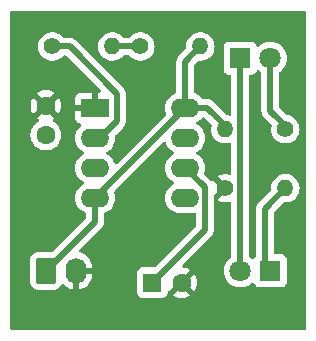
<source format=gbr>
%TF.GenerationSoftware,KiCad,Pcbnew,7.0.5-1.fc38*%
%TF.CreationDate,2023-06-17T15:27:28+03:00*%
%TF.ProjectId,flip flop 555,666c6970-2066-46c6-9f70-203535352e6b,1.0*%
%TF.SameCoordinates,Original*%
%TF.FileFunction,Copper,L2,Bot*%
%TF.FilePolarity,Positive*%
%FSLAX46Y46*%
G04 Gerber Fmt 4.6, Leading zero omitted, Abs format (unit mm)*
G04 Created by KiCad (PCBNEW 7.0.5-1.fc38) date 2023-06-17 15:27:28*
%MOMM*%
%LPD*%
G01*
G04 APERTURE LIST*
G04 Aperture macros list*
%AMRoundRect*
0 Rectangle with rounded corners*
0 $1 Rounding radius*
0 $2 $3 $4 $5 $6 $7 $8 $9 X,Y pos of 4 corners*
0 Add a 4 corners polygon primitive as box body*
4,1,4,$2,$3,$4,$5,$6,$7,$8,$9,$2,$3,0*
0 Add four circle primitives for the rounded corners*
1,1,$1+$1,$2,$3*
1,1,$1+$1,$4,$5*
1,1,$1+$1,$6,$7*
1,1,$1+$1,$8,$9*
0 Add four rect primitives between the rounded corners*
20,1,$1+$1,$2,$3,$4,$5,0*
20,1,$1+$1,$4,$5,$6,$7,0*
20,1,$1+$1,$6,$7,$8,$9,0*
20,1,$1+$1,$8,$9,$2,$3,0*%
G04 Aperture macros list end*
%TA.AperFunction,ComponentPad*%
%ADD10O,2.400000X1.600000*%
%TD*%
%TA.AperFunction,ComponentPad*%
%ADD11R,2.400000X1.600000*%
%TD*%
%TA.AperFunction,ComponentPad*%
%ADD12O,1.400000X1.400000*%
%TD*%
%TA.AperFunction,ComponentPad*%
%ADD13C,1.400000*%
%TD*%
%TA.AperFunction,ComponentPad*%
%ADD14O,1.740000X2.190000*%
%TD*%
%TA.AperFunction,ComponentPad*%
%ADD15RoundRect,0.250000X-0.620000X-0.845000X0.620000X-0.845000X0.620000X0.845000X-0.620000X0.845000X0*%
%TD*%
%TA.AperFunction,ComponentPad*%
%ADD16R,1.800000X1.800000*%
%TD*%
%TA.AperFunction,ComponentPad*%
%ADD17C,1.800000*%
%TD*%
%TA.AperFunction,ComponentPad*%
%ADD18C,1.600000*%
%TD*%
%TA.AperFunction,ComponentPad*%
%ADD19R,1.600000X1.600000*%
%TD*%
%TA.AperFunction,Conductor*%
%ADD20C,0.500000*%
%TD*%
G04 APERTURE END LIST*
D10*
%TO.P,U1,8,VCC*%
%TO.N,+5V*%
X143795000Y-84200000D03*
%TO.P,U1,7,DIS*%
%TO.N,Net-(U1-DIS)*%
X143795000Y-86740000D03*
%TO.P,U1,6,THR*%
%TO.N,Net-(U1-THR)*%
X143795000Y-89280000D03*
%TO.P,U1,5,CV*%
%TO.N,Net-(U1-CV)*%
X143795000Y-91820000D03*
%TO.P,U1,4,R*%
%TO.N,+5V*%
X136175000Y-91820000D03*
%TO.P,U1,3,Q*%
%TO.N,Net-(D1-K)*%
X136175000Y-89280000D03*
%TO.P,U1,2,TR*%
%TO.N,Net-(U1-THR)*%
X136175000Y-86740000D03*
D11*
%TO.P,U1,1,GND*%
%TO.N,GND*%
X136175000Y-84200000D03*
%TD*%
D12*
%TO.P,R4,2*%
%TO.N,Net-(U1-DIS)*%
X137620000Y-79000000D03*
D13*
%TO.P,R4,1*%
%TO.N,Net-(U1-THR)*%
X132540000Y-79000000D03*
%TD*%
%TO.P,R3,1*%
%TO.N,Net-(U1-DIS)*%
X140000000Y-79000000D03*
D12*
%TO.P,R3,2*%
%TO.N,+5V*%
X145080000Y-79000000D03*
%TD*%
D13*
%TO.P,R2,1*%
%TO.N,GND*%
X147195000Y-91000000D03*
D12*
%TO.P,R2,2*%
%TO.N,Net-(D2-K)*%
X152275000Y-91000000D03*
%TD*%
D13*
%TO.P,R1,1*%
%TO.N,Net-(D1-A)*%
X152275000Y-86000000D03*
D12*
%TO.P,R1,2*%
%TO.N,+5V*%
X147195000Y-86000000D03*
%TD*%
D14*
%TO.P,J2,2,Pin_2*%
%TO.N,GND*%
X134540000Y-98000000D03*
D15*
%TO.P,J2,1,Pin_1*%
%TO.N,+5V*%
X132000000Y-98000000D03*
%TD*%
D16*
%TO.P,D2,1,K*%
%TO.N,Net-(D2-K)*%
X151010000Y-98000000D03*
D17*
%TO.P,D2,2,A*%
%TO.N,Net-(D1-K)*%
X148470000Y-98000000D03*
%TD*%
D16*
%TO.P,D1,1,K*%
%TO.N,Net-(D1-K)*%
X148460000Y-80000000D03*
D17*
%TO.P,D1,2,A*%
%TO.N,Net-(D1-A)*%
X151000000Y-80000000D03*
%TD*%
D18*
%TO.P,C3,2*%
%TO.N,GND*%
X132000000Y-84000000D03*
%TO.P,C3,1*%
%TO.N,Net-(U1-CV)*%
X132000000Y-86500000D03*
%TD*%
%TO.P,C2,2*%
%TO.N,GND*%
X143500000Y-99000000D03*
D19*
%TO.P,C2,1*%
%TO.N,Net-(U1-THR)*%
X141000000Y-99000000D03*
%TD*%
D20*
%TO.N,+5V*%
X132000000Y-98000000D02*
X136175000Y-93825000D01*
X136175000Y-93825000D02*
X136175000Y-91820000D01*
%TO.N,Net-(U1-THR)*%
X143795000Y-89280000D02*
X145445000Y-90930000D01*
X145445000Y-90930000D02*
X145445000Y-94555000D01*
X145445000Y-94555000D02*
X141000000Y-99000000D01*
%TO.N,Net-(D1-K)*%
X148460000Y-80000000D02*
X148460000Y-97990000D01*
X148460000Y-97990000D02*
X148470000Y-98000000D01*
%TO.N,Net-(D2-K)*%
X150540000Y-98000000D02*
X150540000Y-92735000D01*
X150540000Y-92735000D02*
X152275000Y-91000000D01*
%TO.N,Net-(D1-A)*%
X151000000Y-80000000D02*
X151000000Y-84460000D01*
X151000000Y-84460000D02*
X152540000Y-86000000D01*
%TO.N,+5V*%
X143795000Y-84200000D02*
X145660000Y-84200000D01*
X145660000Y-84200000D02*
X147460000Y-86000000D01*
%TO.N,Net-(U1-THR)*%
X138000000Y-85315000D02*
X138000000Y-83000000D01*
X136575000Y-86740000D02*
X138000000Y-85315000D01*
X136175000Y-86740000D02*
X136575000Y-86740000D01*
X138000000Y-83000000D02*
X134000000Y-79000000D01*
X134000000Y-79000000D02*
X132540000Y-79000000D01*
%TO.N,Net-(U1-DIS)*%
X137620000Y-79000000D02*
X140000000Y-79000000D01*
%TO.N,+5V*%
X143795000Y-84200000D02*
X143795000Y-80285000D01*
X143795000Y-80285000D02*
X145080000Y-79000000D01*
X136175000Y-91820000D02*
X143795000Y-84200000D01*
%TD*%
%TA.AperFunction,Conductor*%
%TO.N,GND*%
G36*
X153942539Y-76020185D02*
G01*
X153988294Y-76072989D01*
X153999500Y-76124500D01*
X153999500Y-102875500D01*
X153979815Y-102942539D01*
X153927011Y-102988294D01*
X153875500Y-102999500D01*
X129124500Y-102999500D01*
X129057461Y-102979815D01*
X129011706Y-102927011D01*
X129000500Y-102875500D01*
X129000500Y-98895001D01*
X130629500Y-98895001D01*
X130629501Y-98895018D01*
X130640000Y-98997796D01*
X130640001Y-98997799D01*
X130695185Y-99164331D01*
X130695187Y-99164336D01*
X130730069Y-99220888D01*
X130787288Y-99313656D01*
X130911344Y-99437712D01*
X131060666Y-99529814D01*
X131227203Y-99584999D01*
X131329991Y-99595500D01*
X132670008Y-99595499D01*
X132772797Y-99584999D01*
X132939334Y-99529814D01*
X133088656Y-99437712D01*
X133212712Y-99313656D01*
X133304814Y-99164334D01*
X133304817Y-99164322D01*
X133306095Y-99161584D01*
X133307480Y-99160010D01*
X133308605Y-99158187D01*
X133308916Y-99158379D01*
X133352263Y-99109141D01*
X133419455Y-99089983D01*
X133486338Y-99110193D01*
X133508005Y-99128179D01*
X133631603Y-99257139D01*
X133631604Y-99257140D01*
X133819097Y-99395810D01*
X134027338Y-99500803D01*
X134250330Y-99569093D01*
X134250328Y-99569093D01*
X134289999Y-99574173D01*
X134290000Y-99574172D01*
X134290000Y-98540469D01*
X134384674Y-98579685D01*
X134501003Y-98595000D01*
X134578997Y-98595000D01*
X134695326Y-98579685D01*
X134790000Y-98540469D01*
X134790000Y-99572574D01*
X134942618Y-99539683D01*
X134942619Y-99539683D01*
X135159005Y-99452732D01*
X135357592Y-99330458D01*
X135532656Y-99176382D01*
X135532660Y-99176378D01*
X135679157Y-98994945D01*
X135679161Y-98994939D01*
X135792895Y-98791346D01*
X135870585Y-98571461D01*
X135870587Y-98571453D01*
X135909999Y-98341612D01*
X135910000Y-98341603D01*
X135910000Y-98250000D01*
X135080470Y-98250000D01*
X135119685Y-98155326D01*
X135140134Y-98000000D01*
X135119685Y-97844674D01*
X135080470Y-97750000D01*
X135910000Y-97750000D01*
X135910000Y-97716805D01*
X135909999Y-97716787D01*
X135895177Y-97542636D01*
X135836412Y-97316948D01*
X135740356Y-97104447D01*
X135740351Y-97104439D01*
X135609764Y-96911228D01*
X135448396Y-96742860D01*
X135448395Y-96742859D01*
X135260902Y-96604189D01*
X135052661Y-96499196D01*
X134874382Y-96444599D01*
X134816045Y-96406146D01*
X134787758Y-96342259D01*
X134798502Y-96273220D01*
X134823004Y-96238361D01*
X136660638Y-94400727D01*
X136674267Y-94388950D01*
X136693530Y-94374610D01*
X136693532Y-94374606D01*
X136693534Y-94374606D01*
X136711663Y-94352999D01*
X136727113Y-94334585D01*
X136730767Y-94330599D01*
X136736591Y-94324776D01*
X136756400Y-94299721D01*
X136757476Y-94298401D01*
X136806302Y-94240214D01*
X136806304Y-94240209D01*
X136810274Y-94234175D01*
X136810325Y-94234208D01*
X136814369Y-94227860D01*
X136814317Y-94227828D01*
X136818106Y-94221682D01*
X136818111Y-94221677D01*
X136850212Y-94152834D01*
X136850961Y-94151287D01*
X136885040Y-94083433D01*
X136885041Y-94083428D01*
X136887508Y-94076650D01*
X136887566Y-94076671D01*
X136890043Y-94069544D01*
X136889986Y-94069526D01*
X136892256Y-94062676D01*
X136907612Y-93988301D01*
X136907984Y-93986619D01*
X136925500Y-93912721D01*
X136925500Y-93912717D01*
X136925501Y-93912713D01*
X136926339Y-93905548D01*
X136926398Y-93905554D01*
X136927164Y-93898054D01*
X136927105Y-93898049D01*
X136927734Y-93890859D01*
X136925526Y-93814967D01*
X136925500Y-93813164D01*
X136925500Y-93167609D01*
X136945185Y-93100570D01*
X136997989Y-93054815D01*
X137017410Y-93047833D01*
X137021496Y-93046739D01*
X137227734Y-92950568D01*
X137414139Y-92820047D01*
X137575047Y-92659139D01*
X137705568Y-92472734D01*
X137801739Y-92266496D01*
X137860635Y-92046692D01*
X137880468Y-91820000D01*
X137860635Y-91593308D01*
X137801739Y-91373504D01*
X137800633Y-91371133D01*
X137800459Y-91369988D01*
X137799888Y-91368418D01*
X137800203Y-91368303D01*
X137790134Y-91302059D01*
X137818647Y-91238272D01*
X137825317Y-91231049D01*
X141953337Y-87103028D01*
X142014658Y-87069545D01*
X142084350Y-87074529D01*
X142140283Y-87116401D01*
X142160791Y-87158618D01*
X142168258Y-87186488D01*
X142168261Y-87186497D01*
X142264431Y-87392732D01*
X142264432Y-87392734D01*
X142394954Y-87579141D01*
X142555858Y-87740045D01*
X142555861Y-87740047D01*
X142742266Y-87870568D01*
X142800275Y-87897618D01*
X142852714Y-87943791D01*
X142871866Y-88010984D01*
X142851650Y-88077865D01*
X142800275Y-88122382D01*
X142742267Y-88149431D01*
X142742265Y-88149432D01*
X142555858Y-88279954D01*
X142394954Y-88440858D01*
X142264432Y-88627265D01*
X142264431Y-88627267D01*
X142168261Y-88833502D01*
X142168258Y-88833511D01*
X142109366Y-89053302D01*
X142109364Y-89053313D01*
X142089532Y-89279998D01*
X142089532Y-89280001D01*
X142109364Y-89506686D01*
X142109366Y-89506697D01*
X142168258Y-89726488D01*
X142168261Y-89726497D01*
X142264431Y-89932732D01*
X142264432Y-89932734D01*
X142394954Y-90119141D01*
X142555858Y-90280045D01*
X142555861Y-90280047D01*
X142742266Y-90410568D01*
X142751372Y-90414814D01*
X142800275Y-90437618D01*
X142852714Y-90483791D01*
X142871866Y-90550984D01*
X142851650Y-90617865D01*
X142800275Y-90662382D01*
X142742267Y-90689431D01*
X142742265Y-90689432D01*
X142555858Y-90819954D01*
X142394954Y-90980858D01*
X142264432Y-91167265D01*
X142264431Y-91167267D01*
X142168261Y-91373502D01*
X142168258Y-91373511D01*
X142109366Y-91593302D01*
X142109364Y-91593313D01*
X142089532Y-91819998D01*
X142089532Y-91820001D01*
X142109364Y-92046686D01*
X142109366Y-92046697D01*
X142168258Y-92266488D01*
X142168261Y-92266497D01*
X142264431Y-92472732D01*
X142264432Y-92472734D01*
X142394954Y-92659141D01*
X142555858Y-92820045D01*
X142555861Y-92820047D01*
X142742266Y-92950568D01*
X142948504Y-93046739D01*
X143168308Y-93105635D01*
X143338214Y-93120499D01*
X143338215Y-93120500D01*
X143338216Y-93120500D01*
X144251785Y-93120500D01*
X144251785Y-93120499D01*
X144421692Y-93105635D01*
X144538408Y-93074361D01*
X144608256Y-93076024D01*
X144666119Y-93115186D01*
X144693623Y-93179415D01*
X144694500Y-93194136D01*
X144694500Y-94192769D01*
X144674815Y-94259808D01*
X144658181Y-94280450D01*
X141275449Y-97663181D01*
X141214126Y-97696666D01*
X141187768Y-97699500D01*
X140152129Y-97699500D01*
X140152123Y-97699501D01*
X140092516Y-97705908D01*
X139957671Y-97756202D01*
X139957664Y-97756206D01*
X139842455Y-97842452D01*
X139842452Y-97842455D01*
X139756206Y-97957664D01*
X139756202Y-97957671D01*
X139705908Y-98092517D01*
X139699501Y-98152116D01*
X139699500Y-98152135D01*
X139699500Y-99847870D01*
X139699501Y-99847876D01*
X139705908Y-99907483D01*
X139756202Y-100042328D01*
X139756206Y-100042335D01*
X139842452Y-100157544D01*
X139842455Y-100157547D01*
X139957664Y-100243793D01*
X139957671Y-100243797D01*
X140092517Y-100294091D01*
X140092516Y-100294091D01*
X140099444Y-100294835D01*
X140152127Y-100300500D01*
X141847872Y-100300499D01*
X141907483Y-100294091D01*
X142042331Y-100243796D01*
X142157546Y-100157546D01*
X142243796Y-100042331D01*
X142294091Y-99907483D01*
X142300500Y-99847873D01*
X142300499Y-99847845D01*
X142300678Y-99844547D01*
X142302183Y-99844627D01*
X142320112Y-99783326D01*
X142372868Y-99737514D01*
X142416464Y-99729981D01*
X143102046Y-99044400D01*
X143114835Y-99125148D01*
X143172359Y-99238045D01*
X143261955Y-99327641D01*
X143374852Y-99385165D01*
X143455599Y-99397953D01*
X142774526Y-100079025D01*
X142774526Y-100079026D01*
X142847512Y-100130131D01*
X142847516Y-100130133D01*
X143053673Y-100226265D01*
X143053682Y-100226269D01*
X143273389Y-100285139D01*
X143273400Y-100285141D01*
X143499998Y-100304966D01*
X143500002Y-100304966D01*
X143726599Y-100285141D01*
X143726610Y-100285139D01*
X143946317Y-100226269D01*
X143946331Y-100226264D01*
X144152478Y-100130136D01*
X144225472Y-100079025D01*
X143544401Y-99397953D01*
X143625148Y-99385165D01*
X143738045Y-99327641D01*
X143827641Y-99238045D01*
X143885165Y-99125148D01*
X143897953Y-99044400D01*
X144579025Y-99725472D01*
X144630136Y-99652478D01*
X144726264Y-99446331D01*
X144726269Y-99446317D01*
X144785139Y-99226610D01*
X144785141Y-99226599D01*
X144804966Y-99000002D01*
X144804966Y-98999997D01*
X144785141Y-98773400D01*
X144785139Y-98773389D01*
X144726269Y-98553682D01*
X144726265Y-98553673D01*
X144630133Y-98347516D01*
X144630131Y-98347512D01*
X144579026Y-98274526D01*
X144579025Y-98274526D01*
X143897953Y-98955598D01*
X143885165Y-98874852D01*
X143827641Y-98761955D01*
X143738045Y-98672359D01*
X143625148Y-98614835D01*
X143544400Y-98602046D01*
X144225472Y-97920974D01*
X144225471Y-97920973D01*
X144152483Y-97869866D01*
X144152481Y-97869865D01*
X143946326Y-97773734D01*
X143946317Y-97773730D01*
X143726610Y-97714860D01*
X143726600Y-97714858D01*
X143641991Y-97707456D01*
X143576923Y-97682003D01*
X143535944Y-97625412D01*
X143532066Y-97555650D01*
X143565115Y-97496250D01*
X145930638Y-95130727D01*
X145944267Y-95118950D01*
X145963530Y-95104610D01*
X145963532Y-95104606D01*
X145963534Y-95104606D01*
X145981663Y-95082999D01*
X145997113Y-95064585D01*
X146000767Y-95060599D01*
X146006590Y-95054777D01*
X146026376Y-95029750D01*
X146027494Y-95028378D01*
X146076302Y-94970214D01*
X146076303Y-94970211D01*
X146080272Y-94964179D01*
X146080323Y-94964212D01*
X146084369Y-94957860D01*
X146084317Y-94957828D01*
X146088109Y-94951679D01*
X146088111Y-94951677D01*
X146120195Y-94882869D01*
X146120958Y-94881292D01*
X146155040Y-94813433D01*
X146155043Y-94813417D01*
X146157510Y-94806644D01*
X146157568Y-94806665D01*
X146160043Y-94799546D01*
X146159985Y-94799527D01*
X146162255Y-94792677D01*
X146162256Y-94792673D01*
X146177608Y-94718319D01*
X146177990Y-94716596D01*
X146195501Y-94642716D01*
X146196339Y-94635548D01*
X146196397Y-94635554D01*
X146197164Y-94628056D01*
X146197104Y-94628051D01*
X146197733Y-94620860D01*
X146195526Y-94544988D01*
X146195500Y-94543185D01*
X146195500Y-91697309D01*
X146215185Y-91630270D01*
X146231819Y-91609628D01*
X146841447Y-91000000D01*
X146186138Y-90344691D01*
X146186137Y-90344691D01*
X146170367Y-90365575D01*
X146167350Y-90370449D01*
X146165852Y-90369521D01*
X146123851Y-90414814D01*
X146056187Y-90432228D01*
X145989849Y-90410295D01*
X145975278Y-90398497D01*
X145968616Y-90392212D01*
X145967323Y-90390956D01*
X145445329Y-89868962D01*
X145411844Y-89807639D01*
X145416828Y-89737947D01*
X145420632Y-89728869D01*
X145421739Y-89726496D01*
X145480635Y-89506692D01*
X145500468Y-89280000D01*
X145480635Y-89053308D01*
X145421739Y-88833504D01*
X145325568Y-88627266D01*
X145195047Y-88440861D01*
X145195045Y-88440858D01*
X145034141Y-88279954D01*
X144847734Y-88149432D01*
X144847728Y-88149429D01*
X144789725Y-88122382D01*
X144737285Y-88076210D01*
X144718133Y-88009017D01*
X144738348Y-87942135D01*
X144789725Y-87897618D01*
X144847734Y-87870568D01*
X145034139Y-87740047D01*
X145195047Y-87579139D01*
X145325568Y-87392734D01*
X145421739Y-87186496D01*
X145480635Y-86966692D01*
X145500468Y-86740000D01*
X145480635Y-86513308D01*
X145421739Y-86293504D01*
X145325568Y-86087266D01*
X145195047Y-85900861D01*
X145195045Y-85900858D01*
X145034141Y-85739954D01*
X144847734Y-85609432D01*
X144847728Y-85609429D01*
X144789725Y-85582382D01*
X144737285Y-85536210D01*
X144718133Y-85469017D01*
X144738348Y-85402135D01*
X144789725Y-85357618D01*
X144790643Y-85357190D01*
X144847734Y-85330568D01*
X145034139Y-85200047D01*
X145195047Y-85039139D01*
X145210245Y-85017432D01*
X145264818Y-84973806D01*
X145334316Y-84966609D01*
X145396673Y-84998129D01*
X145399503Y-85000871D01*
X145995395Y-85596763D01*
X146028880Y-85658086D01*
X146026981Y-85718377D01*
X146009884Y-85778466D01*
X145989356Y-85999999D01*
X145989356Y-86000000D01*
X146009884Y-86221535D01*
X146009885Y-86221537D01*
X146070769Y-86435523D01*
X146070775Y-86435538D01*
X146169938Y-86634683D01*
X146169943Y-86634691D01*
X146304020Y-86812238D01*
X146468437Y-86962123D01*
X146468439Y-86962125D01*
X146657595Y-87079245D01*
X146657596Y-87079245D01*
X146657599Y-87079247D01*
X146865060Y-87159618D01*
X147083757Y-87200500D01*
X147083759Y-87200500D01*
X147306241Y-87200500D01*
X147306243Y-87200500D01*
X147524940Y-87159618D01*
X147540704Y-87153510D01*
X147610324Y-87147646D01*
X147672065Y-87180354D01*
X147706322Y-87241249D01*
X147709499Y-87269136D01*
X147709499Y-89731397D01*
X147689814Y-89798436D01*
X147637010Y-89844191D01*
X147567852Y-89854135D01*
X147540709Y-89847025D01*
X147524808Y-89840865D01*
X147306193Y-89800000D01*
X147083807Y-89800000D01*
X146865195Y-89840865D01*
X146657824Y-89921200D01*
X146657823Y-89921201D01*
X146541671Y-89993119D01*
X147195000Y-90646447D01*
X147198553Y-90650000D01*
X147165995Y-90650000D01*
X147079784Y-90664386D01*
X146977053Y-90719981D01*
X146897940Y-90805921D01*
X146851018Y-90912892D01*
X146841372Y-91029302D01*
X146870047Y-91142538D01*
X146933936Y-91240327D01*
X147026115Y-91312072D01*
X147136595Y-91350000D01*
X147198551Y-91350000D01*
X146541672Y-92006879D01*
X146541672Y-92006880D01*
X146657821Y-92078797D01*
X146657822Y-92078798D01*
X146865195Y-92159134D01*
X147083807Y-92200000D01*
X147306193Y-92200000D01*
X147524802Y-92159135D01*
X147540703Y-92152975D01*
X147610326Y-92147112D01*
X147672067Y-92179820D01*
X147706323Y-92240716D01*
X147709499Y-92268601D01*
X147709499Y-96756585D01*
X147689814Y-96823624D01*
X147661662Y-96854438D01*
X147518218Y-96966085D01*
X147518216Y-96966086D01*
X147518216Y-96966087D01*
X147484969Y-97002203D01*
X147361016Y-97136852D01*
X147234075Y-97331151D01*
X147140842Y-97543699D01*
X147083866Y-97768691D01*
X147083864Y-97768702D01*
X147064700Y-97999993D01*
X147064700Y-98000006D01*
X147083864Y-98231297D01*
X147083866Y-98231308D01*
X147140842Y-98456300D01*
X147234075Y-98668848D01*
X147361016Y-98863147D01*
X147361019Y-98863151D01*
X147361021Y-98863153D01*
X147518216Y-99033913D01*
X147518219Y-99033915D01*
X147518222Y-99033918D01*
X147701365Y-99176464D01*
X147701371Y-99176468D01*
X147701374Y-99176470D01*
X147905497Y-99286936D01*
X147983330Y-99313656D01*
X148125015Y-99362297D01*
X148125017Y-99362297D01*
X148125019Y-99362298D01*
X148353951Y-99400500D01*
X148353952Y-99400500D01*
X148586048Y-99400500D01*
X148586049Y-99400500D01*
X148814981Y-99362298D01*
X149034503Y-99286936D01*
X149238626Y-99176470D01*
X149254219Y-99164334D01*
X149381212Y-99065491D01*
X149421784Y-99033913D01*
X149430130Y-99024846D01*
X149490010Y-98988854D01*
X149559849Y-98990949D01*
X149617468Y-99030469D01*
X149637544Y-99065491D01*
X149666203Y-99142330D01*
X149666206Y-99142335D01*
X149752452Y-99257544D01*
X149752455Y-99257547D01*
X149867664Y-99343793D01*
X149867671Y-99343797D01*
X150002517Y-99394091D01*
X150002516Y-99394091D01*
X150009444Y-99394835D01*
X150062127Y-99400500D01*
X151957872Y-99400499D01*
X152017483Y-99394091D01*
X152152331Y-99343796D01*
X152267546Y-99257546D01*
X152353796Y-99142331D01*
X152404091Y-99007483D01*
X152410500Y-98947873D01*
X152410499Y-97052128D01*
X152404091Y-96992517D01*
X152394233Y-96966087D01*
X152353797Y-96857671D01*
X152353793Y-96857664D01*
X152267547Y-96742455D01*
X152267544Y-96742452D01*
X152152335Y-96656206D01*
X152152328Y-96656202D01*
X152017482Y-96605908D01*
X152017483Y-96605908D01*
X151957883Y-96599501D01*
X151957881Y-96599500D01*
X151957873Y-96599500D01*
X151957865Y-96599500D01*
X151414500Y-96599500D01*
X151347461Y-96579815D01*
X151301706Y-96527011D01*
X151290500Y-96475500D01*
X151290500Y-93097228D01*
X151310185Y-93030189D01*
X151326815Y-93009551D01*
X152099547Y-92236818D01*
X152160870Y-92203334D01*
X152187228Y-92200500D01*
X152386241Y-92200500D01*
X152386243Y-92200500D01*
X152604940Y-92159618D01*
X152812401Y-92079247D01*
X153001562Y-91962124D01*
X153165981Y-91812236D01*
X153300058Y-91634689D01*
X153399229Y-91435528D01*
X153460115Y-91221536D01*
X153480643Y-91000000D01*
X153470106Y-90886291D01*
X153460115Y-90778464D01*
X153460114Y-90778462D01*
X153453650Y-90755745D01*
X153399229Y-90564472D01*
X153392023Y-90550000D01*
X153300061Y-90365316D01*
X153300056Y-90365308D01*
X153165979Y-90187761D01*
X153001562Y-90037876D01*
X153001560Y-90037874D01*
X152812404Y-89920754D01*
X152812398Y-89920752D01*
X152604940Y-89840382D01*
X152386243Y-89799500D01*
X152163757Y-89799500D01*
X151945060Y-89840382D01*
X151871287Y-89868962D01*
X151737601Y-89920752D01*
X151737595Y-89920754D01*
X151548439Y-90037874D01*
X151548437Y-90037876D01*
X151384020Y-90187761D01*
X151249943Y-90365308D01*
X151249938Y-90365316D01*
X151150775Y-90564461D01*
X151150769Y-90564476D01*
X151089885Y-90778462D01*
X151089884Y-90778464D01*
X151069356Y-90999999D01*
X151069357Y-91000001D01*
X151076221Y-91074078D01*
X151062806Y-91142648D01*
X151040431Y-91173200D01*
X150054358Y-92159272D01*
X150040729Y-92171051D01*
X150021468Y-92185390D01*
X149987898Y-92225397D01*
X149984253Y-92229376D01*
X149978407Y-92235223D01*
X149958618Y-92260251D01*
X149957481Y-92261647D01*
X149908694Y-92319790D01*
X149904729Y-92325819D01*
X149904682Y-92325788D01*
X149900630Y-92332147D01*
X149900679Y-92332177D01*
X149896889Y-92338321D01*
X149864812Y-92407110D01*
X149864027Y-92408731D01*
X149829957Y-92476572D01*
X149827488Y-92483357D01*
X149827432Y-92483336D01*
X149824960Y-92490450D01*
X149825015Y-92490469D01*
X149822743Y-92497325D01*
X149807391Y-92571670D01*
X149807001Y-92573428D01*
X149789499Y-92647279D01*
X149788661Y-92654454D01*
X149788601Y-92654447D01*
X149787835Y-92661945D01*
X149787895Y-92661951D01*
X149787265Y-92669140D01*
X149789474Y-92745030D01*
X149789500Y-92746833D01*
X149789500Y-96654045D01*
X149769815Y-96721084D01*
X149753188Y-96741720D01*
X149752452Y-96742455D01*
X149666206Y-96857664D01*
X149666203Y-96857670D01*
X149637544Y-96934508D01*
X149595672Y-96990441D01*
X149530208Y-97014858D01*
X149461935Y-97000006D01*
X149430135Y-96975158D01*
X149421784Y-96966087D01*
X149421778Y-96966082D01*
X149421777Y-96966081D01*
X149258338Y-96838871D01*
X149217525Y-96782161D01*
X149210500Y-96741018D01*
X149210500Y-81524499D01*
X149230185Y-81457460D01*
X149282989Y-81411705D01*
X149334500Y-81400499D01*
X149407871Y-81400499D01*
X149407872Y-81400499D01*
X149467483Y-81394091D01*
X149602331Y-81343796D01*
X149717546Y-81257546D01*
X149803796Y-81142331D01*
X149832454Y-81065493D01*
X149874326Y-81009559D01*
X149939790Y-80985141D01*
X150008063Y-80999992D01*
X150039866Y-81024843D01*
X150048216Y-81033913D01*
X150187517Y-81142335D01*
X150201662Y-81153344D01*
X150242475Y-81210055D01*
X150249500Y-81251198D01*
X150249500Y-84396294D01*
X150248191Y-84414263D01*
X150244710Y-84438025D01*
X150249264Y-84490064D01*
X150249500Y-84495470D01*
X150249500Y-84503712D01*
X150253202Y-84535391D01*
X150253386Y-84537185D01*
X150260000Y-84612792D01*
X150261461Y-84619867D01*
X150261403Y-84619878D01*
X150263034Y-84627237D01*
X150263092Y-84627224D01*
X150264757Y-84634249D01*
X150264758Y-84634254D01*
X150264759Y-84634255D01*
X150271392Y-84652481D01*
X150290708Y-84705551D01*
X150291299Y-84707253D01*
X150315182Y-84779326D01*
X150318236Y-84785874D01*
X150318182Y-84785898D01*
X150321470Y-84792688D01*
X150321521Y-84792663D01*
X150324761Y-84799113D01*
X150324762Y-84799114D01*
X150324763Y-84799117D01*
X150366494Y-84862567D01*
X150367443Y-84864058D01*
X150402413Y-84920753D01*
X150407289Y-84928657D01*
X150411766Y-84934319D01*
X150411719Y-84934356D01*
X150416482Y-84940202D01*
X150416528Y-84940164D01*
X150421173Y-84945699D01*
X150476363Y-84997768D01*
X150477657Y-84999025D01*
X151075395Y-85596763D01*
X151108880Y-85658086D01*
X151106981Y-85718377D01*
X151089884Y-85778466D01*
X151069356Y-85999999D01*
X151069356Y-86000000D01*
X151089884Y-86221535D01*
X151089885Y-86221537D01*
X151150769Y-86435523D01*
X151150775Y-86435538D01*
X151249938Y-86634683D01*
X151249943Y-86634691D01*
X151384020Y-86812238D01*
X151548437Y-86962123D01*
X151548439Y-86962125D01*
X151737595Y-87079245D01*
X151737596Y-87079245D01*
X151737599Y-87079247D01*
X151945060Y-87159618D01*
X152163757Y-87200500D01*
X152163759Y-87200500D01*
X152386241Y-87200500D01*
X152386243Y-87200500D01*
X152604940Y-87159618D01*
X152812401Y-87079247D01*
X153001562Y-86962124D01*
X153165981Y-86812236D01*
X153300058Y-86634689D01*
X153399229Y-86435528D01*
X153460115Y-86221536D01*
X153480643Y-86000000D01*
X153468097Y-85864610D01*
X153460115Y-85778464D01*
X153460114Y-85778462D01*
X153449157Y-85739953D01*
X153399229Y-85564472D01*
X153398339Y-85562684D01*
X153300061Y-85365316D01*
X153300056Y-85365308D01*
X153165979Y-85187761D01*
X153001562Y-85037876D01*
X153001560Y-85037874D01*
X152812404Y-84920754D01*
X152812398Y-84920752D01*
X152604940Y-84840382D01*
X152604934Y-84840381D01*
X152604928Y-84840379D01*
X152441971Y-84809916D01*
X152379690Y-84778248D01*
X152377076Y-84775709D01*
X151786819Y-84185451D01*
X151753334Y-84124128D01*
X151750500Y-84097770D01*
X151750500Y-81251198D01*
X151770185Y-81184159D01*
X151798338Y-81153344D01*
X151951784Y-81033913D01*
X152108979Y-80863153D01*
X152235924Y-80668849D01*
X152329157Y-80456300D01*
X152386134Y-80231305D01*
X152387738Y-80211951D01*
X152405300Y-80000006D01*
X152405300Y-79999993D01*
X152386135Y-79768702D01*
X152386133Y-79768691D01*
X152329157Y-79543699D01*
X152235924Y-79331151D01*
X152108983Y-79136852D01*
X152108980Y-79136849D01*
X152108979Y-79136847D01*
X151951784Y-78966087D01*
X151951779Y-78966083D01*
X151951777Y-78966081D01*
X151768634Y-78823535D01*
X151768628Y-78823531D01*
X151564504Y-78713064D01*
X151564495Y-78713061D01*
X151344984Y-78637702D01*
X151154450Y-78605908D01*
X151116049Y-78599500D01*
X150883951Y-78599500D01*
X150845550Y-78605908D01*
X150655015Y-78637702D01*
X150435504Y-78713061D01*
X150435495Y-78713064D01*
X150231371Y-78823531D01*
X150231365Y-78823535D01*
X150048222Y-78966081D01*
X150048218Y-78966085D01*
X150039866Y-78975158D01*
X149979979Y-79011148D01*
X149910141Y-79009047D01*
X149852525Y-78969522D01*
X149832455Y-78934507D01*
X149803797Y-78857671D01*
X149803793Y-78857664D01*
X149717547Y-78742455D01*
X149717544Y-78742452D01*
X149602335Y-78656206D01*
X149602328Y-78656202D01*
X149467482Y-78605908D01*
X149467483Y-78605908D01*
X149407883Y-78599501D01*
X149407881Y-78599500D01*
X149407873Y-78599500D01*
X149407864Y-78599500D01*
X147512129Y-78599500D01*
X147512123Y-78599501D01*
X147452516Y-78605908D01*
X147317671Y-78656202D01*
X147317664Y-78656206D01*
X147202455Y-78742452D01*
X147202452Y-78742455D01*
X147116206Y-78857664D01*
X147116202Y-78857671D01*
X147065908Y-78992517D01*
X147059501Y-79052116D01*
X147059500Y-79052135D01*
X147059500Y-80947870D01*
X147059501Y-80947876D01*
X147065908Y-81007483D01*
X147116202Y-81142328D01*
X147116206Y-81142335D01*
X147202452Y-81257544D01*
X147202455Y-81257547D01*
X147317664Y-81343793D01*
X147317671Y-81343797D01*
X147362618Y-81360561D01*
X147452517Y-81394091D01*
X147512127Y-81400500D01*
X147585500Y-81400499D01*
X147652538Y-81420183D01*
X147698294Y-81472986D01*
X147709500Y-81524499D01*
X147709500Y-84730863D01*
X147689815Y-84797902D01*
X147637011Y-84843657D01*
X147567853Y-84853601D01*
X147540710Y-84846491D01*
X147524945Y-84840384D01*
X147524940Y-84840382D01*
X147524935Y-84840381D01*
X147524928Y-84840379D01*
X147361971Y-84809916D01*
X147299690Y-84778248D01*
X147297076Y-84775709D01*
X146235729Y-83714361D01*
X146223949Y-83700730D01*
X146216482Y-83690701D01*
X146209612Y-83681472D01*
X146198752Y-83672359D01*
X146169587Y-83647886D01*
X146165612Y-83644244D01*
X146162690Y-83641322D01*
X146159779Y-83638410D01*
X146134736Y-83618609D01*
X146133338Y-83617470D01*
X146075214Y-83568698D01*
X146069180Y-83564729D01*
X146069212Y-83564680D01*
X146062853Y-83560628D01*
X146062822Y-83560679D01*
X146056680Y-83556891D01*
X146056678Y-83556890D01*
X146056677Y-83556889D01*
X145987872Y-83524804D01*
X145986252Y-83524019D01*
X145946512Y-83504061D01*
X145918433Y-83489960D01*
X145918431Y-83489959D01*
X145918430Y-83489959D01*
X145911645Y-83487489D01*
X145911665Y-83487433D01*
X145904549Y-83484959D01*
X145904531Y-83485015D01*
X145897674Y-83482743D01*
X145823328Y-83467391D01*
X145821569Y-83467001D01*
X145747718Y-83449499D01*
X145740547Y-83448661D01*
X145740553Y-83448601D01*
X145733055Y-83447835D01*
X145733050Y-83447895D01*
X145725860Y-83447265D01*
X145649968Y-83449474D01*
X145648165Y-83449500D01*
X145321663Y-83449500D01*
X145254624Y-83429815D01*
X145220088Y-83396623D01*
X145195045Y-83360858D01*
X145034141Y-83199954D01*
X144847734Y-83069432D01*
X144847732Y-83069431D01*
X144641497Y-82973261D01*
X144641484Y-82973257D01*
X144637395Y-82972161D01*
X144577738Y-82935790D01*
X144547215Y-82872940D01*
X144545500Y-82852389D01*
X144545500Y-80647228D01*
X144565185Y-80580189D01*
X144581815Y-80559551D01*
X144904547Y-80236818D01*
X144965870Y-80203334D01*
X144992228Y-80200500D01*
X145191241Y-80200500D01*
X145191243Y-80200500D01*
X145409940Y-80159618D01*
X145617401Y-80079247D01*
X145806562Y-79962124D01*
X145970981Y-79812236D01*
X146105058Y-79634689D01*
X146204229Y-79435528D01*
X146265115Y-79221536D01*
X146285643Y-79000000D01*
X146272454Y-78857671D01*
X146265115Y-78778464D01*
X146265114Y-78778462D01*
X146254869Y-78742455D01*
X146204229Y-78564472D01*
X146179277Y-78514361D01*
X146105061Y-78365316D01*
X146105056Y-78365308D01*
X145970979Y-78187761D01*
X145806562Y-78037876D01*
X145806560Y-78037874D01*
X145617404Y-77920754D01*
X145617398Y-77920752D01*
X145409940Y-77840382D01*
X145191243Y-77799500D01*
X144968757Y-77799500D01*
X144750060Y-77840382D01*
X144618864Y-77891207D01*
X144542601Y-77920752D01*
X144542595Y-77920754D01*
X144353439Y-78037874D01*
X144353437Y-78037876D01*
X144189020Y-78187761D01*
X144054943Y-78365308D01*
X144054938Y-78365316D01*
X143955775Y-78564461D01*
X143955769Y-78564476D01*
X143894885Y-78778462D01*
X143894884Y-78778464D01*
X143874357Y-78999999D01*
X143874357Y-79000001D01*
X143881221Y-79074078D01*
X143867806Y-79142648D01*
X143845431Y-79173200D01*
X143309358Y-79709272D01*
X143295729Y-79721051D01*
X143276468Y-79735390D01*
X143242898Y-79775397D01*
X143239253Y-79779376D01*
X143233407Y-79785223D01*
X143213618Y-79810251D01*
X143212481Y-79811647D01*
X143163694Y-79869790D01*
X143159729Y-79875819D01*
X143159682Y-79875788D01*
X143155630Y-79882147D01*
X143155679Y-79882177D01*
X143151889Y-79888321D01*
X143119812Y-79957110D01*
X143119027Y-79958731D01*
X143084957Y-80026572D01*
X143082488Y-80033357D01*
X143082432Y-80033336D01*
X143079960Y-80040450D01*
X143080015Y-80040469D01*
X143077743Y-80047325D01*
X143062391Y-80121670D01*
X143062001Y-80123428D01*
X143044499Y-80197279D01*
X143043661Y-80204454D01*
X143043601Y-80204447D01*
X143042835Y-80211945D01*
X143042895Y-80211951D01*
X143042265Y-80219140D01*
X143044474Y-80295030D01*
X143044500Y-80296833D01*
X143044500Y-82852389D01*
X143024815Y-82919428D01*
X142972011Y-82965183D01*
X142952605Y-82972161D01*
X142948515Y-82973257D01*
X142948502Y-82973261D01*
X142742267Y-83069431D01*
X142742265Y-83069432D01*
X142555858Y-83199954D01*
X142394954Y-83360858D01*
X142264432Y-83547265D01*
X142264431Y-83547267D01*
X142168261Y-83753502D01*
X142168258Y-83753511D01*
X142109366Y-83973302D01*
X142109364Y-83973313D01*
X142089532Y-84199998D01*
X142089532Y-84200001D01*
X142109364Y-84426686D01*
X142109366Y-84426697D01*
X142168258Y-84646488D01*
X142168264Y-84646503D01*
X142169373Y-84648882D01*
X142169546Y-84650027D01*
X142170111Y-84651577D01*
X142169799Y-84651690D01*
X142179861Y-84717960D01*
X142151338Y-84781742D01*
X142144669Y-84788961D01*
X138016664Y-88916966D01*
X137955341Y-88950451D01*
X137885649Y-88945467D01*
X137829716Y-88903595D01*
X137809208Y-88861378D01*
X137801741Y-88833511D01*
X137801738Y-88833502D01*
X137705568Y-88627267D01*
X137705567Y-88627265D01*
X137575045Y-88440858D01*
X137414141Y-88279954D01*
X137227734Y-88149432D01*
X137227728Y-88149429D01*
X137169725Y-88122382D01*
X137117285Y-88076210D01*
X137098133Y-88009017D01*
X137118348Y-87942135D01*
X137169725Y-87897618D01*
X137227734Y-87870568D01*
X137414139Y-87740047D01*
X137575047Y-87579139D01*
X137705568Y-87392734D01*
X137801739Y-87186496D01*
X137860635Y-86966692D01*
X137880468Y-86740000D01*
X137865869Y-86573137D01*
X137879635Y-86504639D01*
X137901713Y-86474653D01*
X138485638Y-85890727D01*
X138499267Y-85878950D01*
X138518530Y-85864610D01*
X138518532Y-85864606D01*
X138518534Y-85864606D01*
X138536663Y-85842999D01*
X138552113Y-85824585D01*
X138555767Y-85820599D01*
X138561590Y-85814777D01*
X138581376Y-85789750D01*
X138582494Y-85788378D01*
X138631302Y-85730214D01*
X138631303Y-85730211D01*
X138635272Y-85724179D01*
X138635323Y-85724212D01*
X138639369Y-85717860D01*
X138639317Y-85717828D01*
X138643109Y-85711679D01*
X138643111Y-85711677D01*
X138675195Y-85642869D01*
X138675958Y-85641292D01*
X138710040Y-85573433D01*
X138710043Y-85573417D01*
X138712510Y-85566644D01*
X138712568Y-85566665D01*
X138715043Y-85559546D01*
X138714985Y-85559527D01*
X138717255Y-85552677D01*
X138720655Y-85536210D01*
X138732608Y-85478319D01*
X138732990Y-85476596D01*
X138734554Y-85470000D01*
X138750500Y-85402721D01*
X138750500Y-85402720D01*
X138750501Y-85402716D01*
X138751339Y-85395548D01*
X138751397Y-85395554D01*
X138752164Y-85388056D01*
X138752104Y-85388051D01*
X138752733Y-85380860D01*
X138750526Y-85304988D01*
X138750500Y-85303185D01*
X138750500Y-83063705D01*
X138751809Y-83045735D01*
X138755289Y-83021974D01*
X138751027Y-82973261D01*
X138750735Y-82969933D01*
X138750500Y-82964532D01*
X138750500Y-82956296D01*
X138750500Y-82956291D01*
X138746787Y-82924534D01*
X138746620Y-82922898D01*
X138740452Y-82852389D01*
X138739999Y-82847208D01*
X138738538Y-82840135D01*
X138738598Y-82840122D01*
X138736965Y-82832757D01*
X138736906Y-82832772D01*
X138735241Y-82825749D01*
X138735241Y-82825745D01*
X138709274Y-82754403D01*
X138708698Y-82752746D01*
X138684814Y-82680665D01*
X138684809Y-82680658D01*
X138681761Y-82674118D01*
X138681815Y-82674092D01*
X138678533Y-82667312D01*
X138678480Y-82667340D01*
X138675238Y-82660885D01*
X138675237Y-82660883D01*
X138633527Y-82597466D01*
X138632580Y-82595980D01*
X138592714Y-82531347D01*
X138588234Y-82525681D01*
X138588280Y-82525643D01*
X138583519Y-82519799D01*
X138583474Y-82519838D01*
X138578831Y-82514305D01*
X138523634Y-82462229D01*
X138522374Y-82461006D01*
X135061367Y-79000000D01*
X136414357Y-79000000D01*
X136434884Y-79221535D01*
X136434885Y-79221537D01*
X136495769Y-79435523D01*
X136495775Y-79435538D01*
X136594938Y-79634683D01*
X136594943Y-79634691D01*
X136729020Y-79812238D01*
X136893437Y-79962123D01*
X136893439Y-79962125D01*
X137082595Y-80079245D01*
X137082596Y-80079245D01*
X137082599Y-80079247D01*
X137290060Y-80159618D01*
X137508757Y-80200500D01*
X137508759Y-80200500D01*
X137731241Y-80200500D01*
X137731243Y-80200500D01*
X137949940Y-80159618D01*
X138157401Y-80079247D01*
X138346562Y-79962124D01*
X138510981Y-79812236D01*
X138520394Y-79799770D01*
X138576504Y-79758136D01*
X138619347Y-79750500D01*
X139000653Y-79750500D01*
X139067692Y-79770185D01*
X139099606Y-79799771D01*
X139109021Y-79812239D01*
X139273437Y-79962123D01*
X139273439Y-79962125D01*
X139462595Y-80079245D01*
X139462596Y-80079245D01*
X139462599Y-80079247D01*
X139670060Y-80159618D01*
X139888757Y-80200500D01*
X139888759Y-80200500D01*
X140111241Y-80200500D01*
X140111243Y-80200500D01*
X140329940Y-80159618D01*
X140537401Y-80079247D01*
X140726562Y-79962124D01*
X140890981Y-79812236D01*
X141025058Y-79634689D01*
X141124229Y-79435528D01*
X141185115Y-79221536D01*
X141205643Y-79000000D01*
X141192454Y-78857671D01*
X141185115Y-78778464D01*
X141185114Y-78778462D01*
X141174869Y-78742455D01*
X141124229Y-78564472D01*
X141099277Y-78514361D01*
X141025061Y-78365316D01*
X141025056Y-78365308D01*
X140890979Y-78187761D01*
X140726562Y-78037876D01*
X140726560Y-78037874D01*
X140537404Y-77920754D01*
X140537398Y-77920752D01*
X140329940Y-77840382D01*
X140111243Y-77799500D01*
X139888757Y-77799500D01*
X139670060Y-77840382D01*
X139538864Y-77891207D01*
X139462601Y-77920752D01*
X139462595Y-77920754D01*
X139273439Y-78037874D01*
X139273437Y-78037876D01*
X139109021Y-78187760D01*
X139099606Y-78200229D01*
X139043496Y-78241864D01*
X139000653Y-78249500D01*
X138619347Y-78249500D01*
X138552308Y-78229815D01*
X138520394Y-78200229D01*
X138510978Y-78187760D01*
X138346562Y-78037876D01*
X138346560Y-78037874D01*
X138157404Y-77920754D01*
X138157398Y-77920752D01*
X137949940Y-77840382D01*
X137731243Y-77799500D01*
X137508757Y-77799500D01*
X137290060Y-77840382D01*
X137158864Y-77891207D01*
X137082601Y-77920752D01*
X137082595Y-77920754D01*
X136893439Y-78037874D01*
X136893437Y-78037876D01*
X136729020Y-78187761D01*
X136594943Y-78365308D01*
X136594938Y-78365316D01*
X136495775Y-78564461D01*
X136495769Y-78564476D01*
X136434885Y-78778462D01*
X136434884Y-78778464D01*
X136414357Y-78999999D01*
X136414357Y-79000000D01*
X135061367Y-79000000D01*
X134575728Y-78514361D01*
X134563949Y-78500730D01*
X134549610Y-78481470D01*
X134549609Y-78481468D01*
X134522036Y-78458332D01*
X134509585Y-78447884D01*
X134505610Y-78444242D01*
X134502689Y-78441321D01*
X134499779Y-78438410D01*
X134474736Y-78418609D01*
X134473338Y-78417470D01*
X134415214Y-78368698D01*
X134409180Y-78364729D01*
X134409212Y-78364680D01*
X134402853Y-78360628D01*
X134402822Y-78360679D01*
X134396680Y-78356891D01*
X134396678Y-78356890D01*
X134396677Y-78356889D01*
X134327872Y-78324804D01*
X134326252Y-78324019D01*
X134286512Y-78304061D01*
X134258433Y-78289960D01*
X134258431Y-78289959D01*
X134258430Y-78289959D01*
X134251645Y-78287489D01*
X134251665Y-78287433D01*
X134244549Y-78284959D01*
X134244531Y-78285015D01*
X134237674Y-78282743D01*
X134163328Y-78267391D01*
X134161569Y-78267001D01*
X134087718Y-78249499D01*
X134080547Y-78248661D01*
X134080553Y-78248601D01*
X134073055Y-78247835D01*
X134073050Y-78247895D01*
X134065860Y-78247265D01*
X133989968Y-78249474D01*
X133988165Y-78249500D01*
X133539347Y-78249500D01*
X133472308Y-78229815D01*
X133440394Y-78200229D01*
X133430978Y-78187760D01*
X133266562Y-78037876D01*
X133266560Y-78037874D01*
X133077404Y-77920754D01*
X133077398Y-77920752D01*
X132869940Y-77840382D01*
X132651243Y-77799500D01*
X132428757Y-77799500D01*
X132210060Y-77840382D01*
X132078864Y-77891207D01*
X132002601Y-77920752D01*
X132002595Y-77920754D01*
X131813439Y-78037874D01*
X131813437Y-78037876D01*
X131649020Y-78187761D01*
X131514943Y-78365308D01*
X131514938Y-78365316D01*
X131415775Y-78564461D01*
X131415769Y-78564476D01*
X131354885Y-78778462D01*
X131354884Y-78778464D01*
X131334357Y-78999999D01*
X131334357Y-79000000D01*
X131354884Y-79221535D01*
X131354885Y-79221537D01*
X131415769Y-79435523D01*
X131415775Y-79435538D01*
X131514938Y-79634683D01*
X131514943Y-79634691D01*
X131649020Y-79812238D01*
X131813437Y-79962123D01*
X131813439Y-79962125D01*
X132002595Y-80079245D01*
X132002596Y-80079245D01*
X132002599Y-80079247D01*
X132210060Y-80159618D01*
X132428757Y-80200500D01*
X132428759Y-80200500D01*
X132651241Y-80200500D01*
X132651243Y-80200500D01*
X132869940Y-80159618D01*
X133077401Y-80079247D01*
X133266562Y-79962124D01*
X133430981Y-79812236D01*
X133440394Y-79799770D01*
X133496504Y-79758136D01*
X133539347Y-79750500D01*
X133637770Y-79750500D01*
X133704809Y-79770185D01*
X133725451Y-79786819D01*
X135463131Y-81524499D01*
X136626952Y-82688319D01*
X136660437Y-82749642D01*
X136655453Y-82819334D01*
X136613581Y-82875267D01*
X136548117Y-82899684D01*
X136539271Y-82900000D01*
X136425000Y-82900000D01*
X136425000Y-83884314D01*
X136413045Y-83872359D01*
X136300148Y-83814835D01*
X136206481Y-83800000D01*
X136143519Y-83800000D01*
X136049852Y-83814835D01*
X135936955Y-83872359D01*
X135925000Y-83884314D01*
X135925000Y-82900000D01*
X134927155Y-82900000D01*
X134867627Y-82906401D01*
X134867620Y-82906403D01*
X134732913Y-82956645D01*
X134732906Y-82956649D01*
X134617812Y-83042809D01*
X134617809Y-83042812D01*
X134531649Y-83157906D01*
X134531645Y-83157913D01*
X134481403Y-83292620D01*
X134481401Y-83292627D01*
X134475000Y-83352155D01*
X134475000Y-83950000D01*
X135859314Y-83950000D01*
X135847359Y-83961955D01*
X135789835Y-84074852D01*
X135770014Y-84200000D01*
X135789835Y-84325148D01*
X135847359Y-84438045D01*
X135859314Y-84450000D01*
X134475000Y-84450000D01*
X134475000Y-85047844D01*
X134481401Y-85107372D01*
X134481403Y-85107379D01*
X134531645Y-85242086D01*
X134531649Y-85242093D01*
X134617809Y-85357187D01*
X134617812Y-85357190D01*
X134732906Y-85443350D01*
X134732913Y-85443354D01*
X134867620Y-85493596D01*
X134867627Y-85493598D01*
X134903218Y-85497425D01*
X134967769Y-85524163D01*
X135007618Y-85581555D01*
X135010111Y-85651380D01*
X134974459Y-85711469D01*
X134961088Y-85722287D01*
X134935861Y-85739951D01*
X134774954Y-85900858D01*
X134644432Y-86087265D01*
X134644431Y-86087267D01*
X134548261Y-86293502D01*
X134548258Y-86293511D01*
X134489366Y-86513302D01*
X134489364Y-86513313D01*
X134469532Y-86739998D01*
X134469532Y-86740001D01*
X134489364Y-86966686D01*
X134489366Y-86966697D01*
X134548258Y-87186488D01*
X134548261Y-87186497D01*
X134644431Y-87392732D01*
X134644432Y-87392734D01*
X134774954Y-87579141D01*
X134935858Y-87740045D01*
X134935861Y-87740047D01*
X135122266Y-87870568D01*
X135180275Y-87897618D01*
X135232714Y-87943791D01*
X135251866Y-88010984D01*
X135231650Y-88077865D01*
X135180275Y-88122382D01*
X135122267Y-88149431D01*
X135122265Y-88149432D01*
X134935858Y-88279954D01*
X134774954Y-88440858D01*
X134644432Y-88627265D01*
X134644431Y-88627267D01*
X134548261Y-88833502D01*
X134548258Y-88833511D01*
X134489366Y-89053302D01*
X134489364Y-89053313D01*
X134469532Y-89279998D01*
X134469532Y-89280001D01*
X134489364Y-89506686D01*
X134489366Y-89506697D01*
X134548258Y-89726488D01*
X134548261Y-89726497D01*
X134644431Y-89932732D01*
X134644432Y-89932734D01*
X134774954Y-90119141D01*
X134935858Y-90280045D01*
X134935861Y-90280047D01*
X135122266Y-90410568D01*
X135131372Y-90414814D01*
X135180275Y-90437618D01*
X135232714Y-90483791D01*
X135251866Y-90550984D01*
X135231650Y-90617865D01*
X135180275Y-90662382D01*
X135122267Y-90689431D01*
X135122265Y-90689432D01*
X134935858Y-90819954D01*
X134774954Y-90980858D01*
X134644432Y-91167265D01*
X134644431Y-91167267D01*
X134548261Y-91373502D01*
X134548258Y-91373511D01*
X134489366Y-91593302D01*
X134489364Y-91593313D01*
X134469532Y-91819998D01*
X134469532Y-91820001D01*
X134489364Y-92046686D01*
X134489366Y-92046697D01*
X134548258Y-92266488D01*
X134548261Y-92266497D01*
X134644431Y-92472732D01*
X134644432Y-92472734D01*
X134774954Y-92659141D01*
X134935858Y-92820045D01*
X134935861Y-92820047D01*
X135122266Y-92950568D01*
X135328504Y-93046739D01*
X135332586Y-93047832D01*
X135392248Y-93084192D01*
X135422782Y-93147037D01*
X135424500Y-93167609D01*
X135424500Y-93462769D01*
X135404815Y-93529808D01*
X135388181Y-93550450D01*
X132570450Y-96368181D01*
X132509127Y-96401666D01*
X132482769Y-96404500D01*
X131329998Y-96404500D01*
X131329981Y-96404501D01*
X131227203Y-96415000D01*
X131227200Y-96415001D01*
X131060668Y-96470185D01*
X131060663Y-96470187D01*
X130911342Y-96562289D01*
X130787289Y-96686342D01*
X130695187Y-96835663D01*
X130695185Y-96835668D01*
X130687894Y-96857671D01*
X130640001Y-97002203D01*
X130640001Y-97002204D01*
X130640000Y-97002204D01*
X130629500Y-97104983D01*
X130629500Y-98895001D01*
X129000500Y-98895001D01*
X129000500Y-86500001D01*
X130694532Y-86500001D01*
X130714364Y-86726686D01*
X130714366Y-86726697D01*
X130773258Y-86946488D01*
X130773261Y-86946497D01*
X130869431Y-87152732D01*
X130869432Y-87152734D01*
X130999954Y-87339141D01*
X131160858Y-87500045D01*
X131160861Y-87500047D01*
X131347266Y-87630568D01*
X131553504Y-87726739D01*
X131773308Y-87785635D01*
X131935230Y-87799801D01*
X131999998Y-87805468D01*
X132000000Y-87805468D01*
X132000002Y-87805468D01*
X132056672Y-87800509D01*
X132226692Y-87785635D01*
X132446496Y-87726739D01*
X132652734Y-87630568D01*
X132839139Y-87500047D01*
X133000047Y-87339139D01*
X133130568Y-87152734D01*
X133226739Y-86946496D01*
X133285635Y-86726692D01*
X133305468Y-86500000D01*
X133285635Y-86273308D01*
X133226739Y-86053504D01*
X133130568Y-85847266D01*
X133000047Y-85660861D01*
X133000045Y-85660858D01*
X132839141Y-85499954D01*
X132652734Y-85369432D01*
X132652730Y-85369430D01*
X132637022Y-85362105D01*
X132584583Y-85315931D01*
X132565433Y-85248737D01*
X132585650Y-85181857D01*
X132637028Y-85137340D01*
X132652481Y-85130134D01*
X132725472Y-85079025D01*
X132044401Y-84397953D01*
X132125148Y-84385165D01*
X132238045Y-84327641D01*
X132327641Y-84238045D01*
X132385165Y-84125148D01*
X132397953Y-84044399D01*
X133079025Y-84725472D01*
X133130136Y-84652478D01*
X133226264Y-84446331D01*
X133226269Y-84446317D01*
X133285139Y-84226610D01*
X133285141Y-84226599D01*
X133304966Y-84000002D01*
X133304966Y-83999997D01*
X133285141Y-83773400D01*
X133285139Y-83773389D01*
X133226269Y-83553682D01*
X133226265Y-83553673D01*
X133130133Y-83347516D01*
X133130131Y-83347512D01*
X133079026Y-83274526D01*
X133079025Y-83274526D01*
X132397953Y-83955597D01*
X132385165Y-83874852D01*
X132327641Y-83761955D01*
X132238045Y-83672359D01*
X132125148Y-83614835D01*
X132044400Y-83602046D01*
X132725472Y-82920974D01*
X132725471Y-82920973D01*
X132652483Y-82869866D01*
X132652481Y-82869865D01*
X132446326Y-82773734D01*
X132446317Y-82773730D01*
X132226610Y-82714860D01*
X132226599Y-82714858D01*
X132000002Y-82695034D01*
X131999998Y-82695034D01*
X131773400Y-82714858D01*
X131773389Y-82714860D01*
X131553682Y-82773730D01*
X131553673Y-82773734D01*
X131347513Y-82869868D01*
X131274527Y-82920972D01*
X131274526Y-82920973D01*
X131955600Y-83602046D01*
X131874852Y-83614835D01*
X131761955Y-83672359D01*
X131672359Y-83761955D01*
X131614835Y-83874852D01*
X131602046Y-83955599D01*
X130920973Y-83274526D01*
X130920972Y-83274527D01*
X130869868Y-83347513D01*
X130773734Y-83553673D01*
X130773730Y-83553682D01*
X130714860Y-83773389D01*
X130714858Y-83773400D01*
X130695034Y-83999997D01*
X130695034Y-84000002D01*
X130714858Y-84226599D01*
X130714860Y-84226610D01*
X130773730Y-84446317D01*
X130773734Y-84446326D01*
X130869865Y-84652481D01*
X130869866Y-84652483D01*
X130920973Y-84725471D01*
X130920974Y-84725472D01*
X131602046Y-84044399D01*
X131614835Y-84125148D01*
X131672359Y-84238045D01*
X131761955Y-84327641D01*
X131874852Y-84385165D01*
X131955599Y-84397953D01*
X131274526Y-85079025D01*
X131274526Y-85079026D01*
X131347512Y-85130131D01*
X131347515Y-85130132D01*
X131362974Y-85137341D01*
X131415414Y-85183513D01*
X131434567Y-85250706D01*
X131414352Y-85317587D01*
X131362978Y-85362105D01*
X131347269Y-85369430D01*
X131347265Y-85369432D01*
X131160858Y-85499954D01*
X130999954Y-85660858D01*
X130869432Y-85847265D01*
X130869431Y-85847267D01*
X130773261Y-86053502D01*
X130773258Y-86053511D01*
X130714366Y-86273302D01*
X130714364Y-86273313D01*
X130694532Y-86499998D01*
X130694532Y-86500001D01*
X129000500Y-86500001D01*
X129000500Y-76124500D01*
X129020185Y-76057461D01*
X129072989Y-76011706D01*
X129124500Y-76000500D01*
X153875500Y-76000500D01*
X153942539Y-76020185D01*
G37*
%TD.AperFunction*%
%TD*%
M02*

</source>
